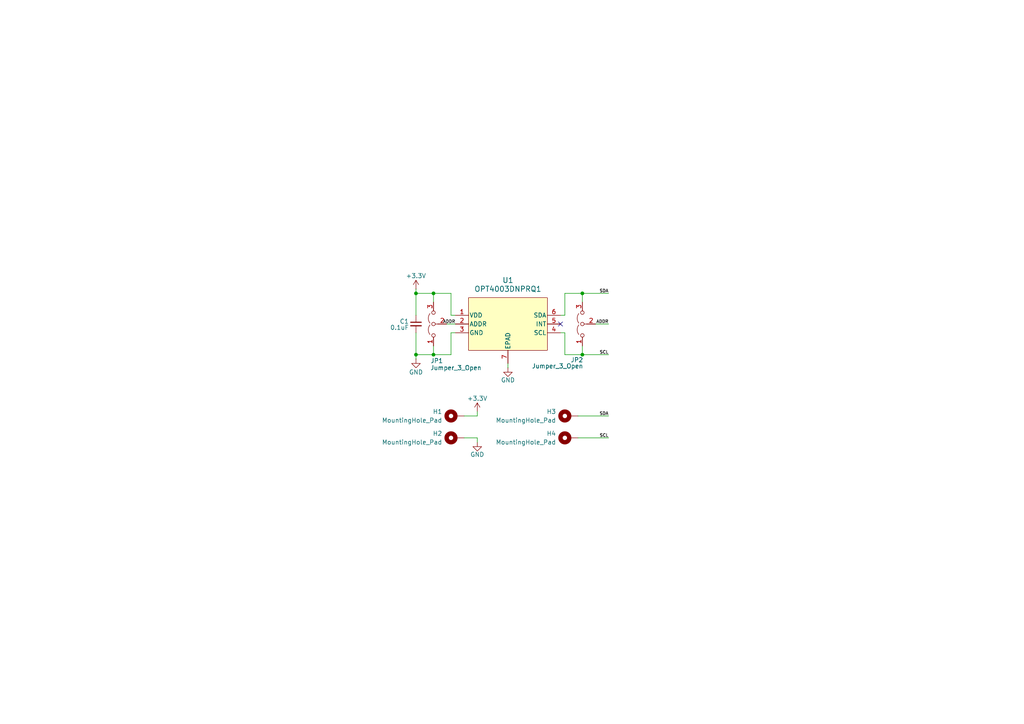
<source format=kicad_sch>
(kicad_sch (version 20231120) (generator "eeschema") (generator_version "8.0")
  (paper "A4")
  (lib_symbols
    (symbol "Device:C_Small" (pin_numbers hide) (pin_names (offset 0.254) hide)
      (property "Reference" "C" (at 0.254 1.778 0))
      (property "Value" "C_Small" (at 0.254 -2.032 0))
      (symbol "C_Small_0_1"
        (polyline (pts (xy -1.524 -0.508) (xy 1.524 -0.508)) (stroke (width 0.3302)))
        (polyline (pts (xy -1.524 0.508) (xy 1.524 0.508)) (stroke (width 0.3048)))
      )
      (symbol "C_Small_1_1"
        (pin passive line (at 0 2.54 270) (length 2.032) (name "~") (number "1"))
        (pin passive line (at 0 -2.54 90) (length 2.032) (name "~") (number "2"))
      )
    )
    (symbol "Jumper:Jumper_3_Open" (pin_names (offset 0) hide) (exclude_from_sim yes) (in_bom no)
      (property "Reference" "JP" (at -2.54 -2.54 0))
      (property "Value" "Jumper_3_Open" (at 0 2.794 0))
      (symbol "Jumper_3_Open_0_0"
        (circle (center -3.302 0) (radius 0.508))
        (circle (center 0 0) (radius 0.508))
        (circle (center 3.302 0) (radius 0.508))
      )
      (symbol "Jumper_3_Open_0_1"
        (arc (start -0.254 1.016) (mid -1.651 1.4992) (end -3.048 1.016))
        (polyline (pts (xy 0 -0.508) (xy 0 -1.27)))
        (arc (start 3.048 1.016) (mid 1.651 1.4992) (end 0.254 1.016))
      )
      (symbol "Jumper_3_Open_1_1"
        (pin passive line (at -6.35 0 0) (length 2.54) (name "A") (number "1"))
        (pin passive line (at 0 -3.81 90) (length 2.54) (name "C") (number "2"))
        (pin passive line (at 6.35 0 180) (length 2.54) (name "B") (number "3"))
      )
    )
    (symbol "Mechanical:MountingHole_Pad" (pin_numbers hide) (pin_names (offset 1.016) hide) (exclude_from_sim yes) (in_bom no)
      (property "Reference" "H" (at 0 6.35 0))
      (property "Value" "MountingHole_Pad" (at 0 4.445 0))
      (symbol "MountingHole_Pad_0_1"
        (circle (center 0 1.27) (radius 1.27) (stroke (width 1.27)))
      )
      (symbol "MountingHole_Pad_1_1"
        (pin input line (at 0 -2.54 90) (length 2.54) (name "1") (number "1"))
      )
    )
    (symbol "SolarPanels:OPT4003DNPRQ1" (pin_names (offset 0.254))
      (property "Reference" "U" (at 0 11.938 0))
      (property "Value" "OPT4003DNPRQ1" (at 0 9.398 0))
      (symbol "OPT4003DNPRQ1_1_1"
        (rectangle (start -11.43 7.62) (end 11.43 -7.62) (fill (type background)))
        (pin input line (at -15.24 2.54 0) (length 3.81) (name "VDD") (number "1"))
        (pin input line (at -15.24 0 0) (length 3.81) (name "ADDR") (number "2"))
        (pin power_in line (at -15.24 -2.54 0) (length 3.81) (name "GND") (number "3"))
        (pin input line (at 15.24 -2.54 180) (length 3.81) (name "SCL") (number "4"))
        (pin bidirectional line (at 15.24 0 180) (length 3.81) (name "INT") (number "5"))
        (pin bidirectional line (at 15.24 2.54 180) (length 3.81) (name "SDA") (number "6"))
        (pin power_out line (at 0 -11.43 90) (length 3.81) (name "EPAD") (number "7"))
      )
    )
    (symbol "power:+3.3V" (power) (pin_numbers hide) (pin_names (offset 0) hide)
      (property "Value" "+3.3V" (at 0 3.556 0))
      (symbol "+3.3V_0_1"
        (polyline (pts (xy -0.762 1.27) (xy 0 2.54)))
        (polyline (pts (xy 0 0) (xy 0 2.54)))
        (polyline (pts (xy 0 2.54) (xy 0.762 1.27)))
      )
      (symbol "+3.3V_1_1"
        (pin power_in line (at 0 0 90) (length 0) (name "~") (number "1"))
      )
    )
    (symbol "power:GND" (power) (pin_numbers hide) (pin_names (offset 0) hide)
      (property "Value" "GND" (at 0 -3.81 0))
      (symbol "GND_0_1"
        (polyline (pts (xy 0 0) (xy 0 -1.27) (xy 1.27 -1.27) (xy 0 -2.54) (xy -1.27 -1.27) (xy 0 -1.27)))
      )
      (symbol "GND_1_1"
        (pin power_in line (at 0 0 270) (length 0) (name "~") (number "1"))
      )
    )
  )
  (junction (at 168.91 102.87))
  (junction (at 125.73 85.09))
  (junction (at 125.73 102.87))
  (junction (at 168.91 85.09))
  (junction (at 120.65 85.09))
  (junction (at 120.65 102.87))
  (no_connect (at 162.56 93.98))
  (wire (pts (xy 120.65 104.14) (xy 120.65 102.87)))
  (wire (pts (xy 125.73 85.09) (xy 130.81 85.09)))
  (wire (pts (xy 163.83 85.09) (xy 163.83 91.44)))
  (wire (pts (xy 163.83 102.87) (xy 168.91 102.87)))
  (wire (pts (xy 134.62 120.65) (xy 138.43 120.65)))
  (wire (pts (xy 163.83 85.09) (xy 168.91 85.09)))
  (wire (pts (xy 168.91 85.09) (xy 176.53 85.09)))
  (wire (pts (xy 163.83 96.52) (xy 162.56 96.52)))
  (wire (pts (xy 167.64 127) (xy 176.53 127)))
  (wire (pts (xy 168.91 102.87) (xy 176.53 102.87)))
  (wire (pts (xy 172.72 93.98) (xy 176.53 93.98)))
  (wire (pts (xy 130.81 85.09) (xy 130.81 91.44)))
  (wire (pts (xy 138.43 127) (xy 138.43 128.27)))
  (wire (pts (xy 120.65 85.09) (xy 120.65 91.44)))
  (wire (pts (xy 120.65 83.82) (xy 120.65 85.09)))
  (wire (pts (xy 120.65 96.52) (xy 120.65 102.87)))
  (wire (pts (xy 163.83 96.52) (xy 163.83 102.87)))
  (wire (pts (xy 163.83 91.44) (xy 162.56 91.44)))
  (wire (pts (xy 130.81 91.44) (xy 132.08 91.44)))
  (wire (pts (xy 168.91 85.09) (xy 168.91 87.63)))
  (wire (pts (xy 125.73 100.33) (xy 125.73 102.87)))
  (wire (pts (xy 138.43 120.65) (xy 138.43 119.38)))
  (wire (pts (xy 130.81 96.52) (xy 130.81 102.87)))
  (wire (pts (xy 120.65 85.09) (xy 125.73 85.09)))
  (wire (pts (xy 120.65 102.87) (xy 125.73 102.87)))
  (wire (pts (xy 129.54 93.98) (xy 132.08 93.98)))
  (wire (pts (xy 168.91 100.33) (xy 168.91 102.87)))
  (wire (pts (xy 125.73 85.09) (xy 125.73 87.63)))
  (wire (pts (xy 130.81 96.52) (xy 132.08 96.52)))
  (wire (pts (xy 147.32 106.68) (xy 147.32 105.41)))
  (wire (pts (xy 167.64 120.65) (xy 176.53 120.65)))
  (wire (pts (xy 134.62 127) (xy 138.43 127)))
  (wire (pts (xy 125.73 102.87) (xy 130.81 102.87)))
  (label "SCL" (at 176.53 102.87 180) (effects (font (size 0.889 0.889))))
  (label "ADDR" (at 176.53 93.98 180) (effects (font (size 0.889 0.889))))
  (label "SDA" (at 176.53 85.09 180) (effects (font (size 0.889 0.889))))
  (label "SCL" (at 176.53 127 180) (effects (font (size 0.889 0.889))))
  (label "SDA" (at 176.53 120.65 180) (effects (font (size 0.889 0.889))))
  (label "ADDR" (at 132.08 93.98 180) (effects (font (size 0.889 0.889))))
  (symbol (lib_id "Mechanical:MountingHole_Pad") (at 132.08 127 90) (mirror x) (unit 1) (exclude_from_sim yes) (in_bom no)
    (property "Reference" "H2" (at 128.27 125.7299 90) (effects (justify left)))
    (property "Value" "MountingHole_Pad" (at 128.27 128.2699 90) (effects (justify left)))
    (property "Footprint" "SolarPanels:CastellatedHole" (effects (hide yes)))
    (property "Description" "Mounting Hole with connection" (effects (hide yes)))
  )
  (symbol (lib_id "power:GND") (at 120.65 104.14 0) (unit 1)
    (property "Reference" "#PWR02" (effects (hide yes)))
    (property "Value" "GND" (at 120.65 107.95 0))
    (property "Description" "Power symbol creates a global label with name \"GND\" , ground" (effects (hide yes)))
  )
  (symbol (lib_id "Mechanical:MountingHole_Pad") (at 132.08 120.65 90) (mirror x) (unit 1) (exclude_from_sim yes) (in_bom no)
    (property "Reference" "H1" (at 128.27 119.3799 90) (effects (justify left)))
    (property "Value" "MountingHole_Pad" (at 128.27 121.9199 90) (effects (justify left)))
    (property "Footprint" "SolarPanels:CastellatedHole" (effects (hide yes)))
    (property "Description" "Mounting Hole with connection" (effects (hide yes)))
  )
  (symbol (lib_id "power:+3.3V") (at 120.65 83.82 0) (unit 1)
    (property "Reference" "#PWR01" (effects (hide yes)))
    (property "Value" "+3.3V" (at 120.65 80.01 0))
    (property "Description" "Power symbol creates a global label with name \"+3.3V\"" (effects (hide yes)))
  )
  (symbol (lib_id "Mechanical:MountingHole_Pad") (at 165.1 127 90) (mirror x) (unit 1) (exclude_from_sim yes) (in_bom no)
    (property "Reference" "H4" (at 161.29 125.7299 90) (effects (justify left)))
    (property "Value" "MountingHole_Pad" (at 161.29 128.2699 90) (effects (justify left)))
    (property "Footprint" "SolarPanels:CastellatedHole" (effects (hide yes)))
    (property "Description" "Mounting Hole with connection" (effects (hide yes)))
  )
  (symbol (lib_id "Jumper:Jumper_3_Open") (at 125.73 93.98 90) (unit 1) (exclude_from_sim yes) (in_bom no)
    (property "Reference" "JP1" (at 128.524 104.648 90) (effects (justify left)))
    (property "Value" "Jumper_3_Open" (at 139.7 106.68 90) (effects (justify left)))
    (property "Footprint" "SolarPanels:SolderJumper-3_P1.3mm_Open_RoundedPad1.0x1.5mm" (effects (hide yes)))
    (property "Description" "Jumper, 3-pole, both open" (effects (hide yes)))
  )
  (symbol (lib_id "SolarPanels:OPT4003DNPRQ1") (at 147.32 93.98 0) (unit 1)
    (property "Reference" "U1" (at 147.32 81.28 0) (effects (font (size 1.524 1.524))))
    (property "Value" "OPT4003DNPRQ1" (at 147.32 83.82 0) (effects (font (size 1.524 1.524))))
    (property "Footprint" "SolarPanels:OPT4003" (effects (hide yes)))
    (property "Datasheet" "OPT4003DNPRQ1" (effects (hide yes)))
  )
  (symbol (lib_id "Jumper:Jumper_3_Open") (at 168.91 93.98 90) (unit 1) (exclude_from_sim yes) (in_bom no)
    (property "Reference" "JP2" (at 169.164 104.394 90) (effects (justify left)))
    (property "Value" "Jumper_3_Open" (at 169.164 106.172 90) (effects (justify left)))
    (property "Footprint" "SolarPanels:SolderJumper-3_P1.3mm_Open_RoundedPad1.0x1.5mm" (effects (hide yes)))
    (property "Description" "Jumper, 3-pole, both open" (effects (hide yes)))
  )
  (symbol (lib_id "Device:C_Small") (at 120.65 93.98 0) (unit 1)
    (property "Reference" "C1" (at 118.618 93.218 0) (effects (justify right)))
    (property "Value" "0.1uF" (at 118.618 94.996 0) (effects (justify right)))
    (property "Footprint" "Capacitor_SMD:C_0402_1005Metric" (effects (hide yes)))
    (property "Description" "Unpolarized capacitor, small symbol" (effects (hide yes)))
  )
  (symbol (lib_id "power:GND") (at 138.43 128.27 0) (unit 1)
    (property "Reference" "#PWR05" (effects (hide yes)))
    (property "Value" "GND" (at 138.43 131.826 0))
    (property "Description" "Power symbol creates a global label with name \"GND\" , ground" (effects (hide yes)))
  )
  (symbol (lib_id "power:+3.3V") (at 138.43 119.38 0) (unit 1)
    (property "Reference" "#PWR04" (effects (hide yes)))
    (property "Value" "+3.3V" (at 138.43 115.57 0))
    (property "Description" "Power symbol creates a global label with name \"+3.3V\"" (effects (hide yes)))
  )
  (symbol (lib_id "power:GND") (at 147.32 106.68 0) (unit 1)
    (property "Reference" "#PWR03" (effects (hide yes)))
    (property "Value" "GND" (at 147.32 110.236 0))
    (property "Description" "Power symbol creates a global label with name \"GND\" , ground" (effects (hide yes)))
  )
  (symbol (lib_id "Mechanical:MountingHole_Pad") (at 165.1 120.65 90) (mirror x) (unit 1) (exclude_from_sim yes) (in_bom no)
    (property "Reference" "H3" (at 161.29 119.3799 90) (effects (justify left)))
    (property "Value" "MountingHole_Pad" (at 161.29 121.9199 90) (effects (justify left)))
    (property "Footprint" "SolarPanels:CastellatedHole" (effects (hide yes)))
    (property "Description" "Mounting Hole with connection" (effects (hide yes)))
  )
)
</source>
